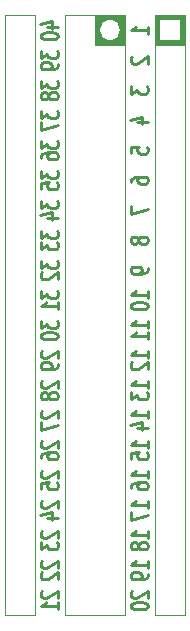
<source format=gbo>
G04 #@! TF.GenerationSoftware,KiCad,Pcbnew,7.0.7*
G04 #@! TF.CreationDate,2023-08-24T22:47:44-04:00*
G04 #@! TF.ProjectId,40-pin header to breadboard adaptor,34302d70-696e-4206-9865-616465722074,rev?*
G04 #@! TF.SameCoordinates,Original*
G04 #@! TF.FileFunction,Legend,Bot*
G04 #@! TF.FilePolarity,Positive*
%FSLAX46Y46*%
G04 Gerber Fmt 4.6, Leading zero omitted, Abs format (unit mm)*
G04 Created by KiCad (PCBNEW 7.0.7) date 2023-08-24 22:47:44*
%MOMM*%
%LPD*%
G01*
G04 APERTURE LIST*
%ADD10C,0.220000*%
%ADD11C,0.120000*%
%ADD12R,1.700000X1.700000*%
%ADD13O,1.700000X1.700000*%
G04 APERTURE END LIST*
D10*
X110307488Y-76914476D02*
X110307488Y-77533523D01*
X110307488Y-77533523D02*
X110878917Y-77200190D01*
X110878917Y-77200190D02*
X110878917Y-77343047D01*
X110878917Y-77343047D02*
X110950345Y-77438285D01*
X110950345Y-77438285D02*
X111021774Y-77485904D01*
X111021774Y-77485904D02*
X111164631Y-77533523D01*
X111164631Y-77533523D02*
X111521774Y-77533523D01*
X111521774Y-77533523D02*
X111664631Y-77485904D01*
X111664631Y-77485904D02*
X111736060Y-77438285D01*
X111736060Y-77438285D02*
X111807488Y-77343047D01*
X111807488Y-77343047D02*
X111807488Y-77057333D01*
X111807488Y-77057333D02*
X111736060Y-76962095D01*
X111736060Y-76962095D02*
X111664631Y-76914476D01*
X110307488Y-77866857D02*
X110307488Y-78533523D01*
X110307488Y-78533523D02*
X111807488Y-78104952D01*
X110807488Y-69818285D02*
X111807488Y-69818285D01*
X110236060Y-69580190D02*
X111307488Y-69342095D01*
X111307488Y-69342095D02*
X111307488Y-69961142D01*
X110307488Y-70532571D02*
X110307488Y-70627809D01*
X110307488Y-70627809D02*
X110378917Y-70723047D01*
X110378917Y-70723047D02*
X110450345Y-70770666D01*
X110450345Y-70770666D02*
X110593202Y-70818285D01*
X110593202Y-70818285D02*
X110878917Y-70865904D01*
X110878917Y-70865904D02*
X111236060Y-70865904D01*
X111236060Y-70865904D02*
X111521774Y-70818285D01*
X111521774Y-70818285D02*
X111664631Y-70770666D01*
X111664631Y-70770666D02*
X111736060Y-70723047D01*
X111736060Y-70723047D02*
X111807488Y-70627809D01*
X111807488Y-70627809D02*
X111807488Y-70532571D01*
X111807488Y-70532571D02*
X111736060Y-70437333D01*
X111736060Y-70437333D02*
X111664631Y-70389714D01*
X111664631Y-70389714D02*
X111521774Y-70342095D01*
X111521774Y-70342095D02*
X111236060Y-70294476D01*
X111236060Y-70294476D02*
X110878917Y-70294476D01*
X110878917Y-70294476D02*
X110593202Y-70342095D01*
X110593202Y-70342095D02*
X110450345Y-70389714D01*
X110450345Y-70389714D02*
X110378917Y-70437333D01*
X110378917Y-70437333D02*
X110307488Y-70532571D01*
X110307488Y-71834476D02*
X110307488Y-72453523D01*
X110307488Y-72453523D02*
X110878917Y-72120190D01*
X110878917Y-72120190D02*
X110878917Y-72263047D01*
X110878917Y-72263047D02*
X110950345Y-72358285D01*
X110950345Y-72358285D02*
X111021774Y-72405904D01*
X111021774Y-72405904D02*
X111164631Y-72453523D01*
X111164631Y-72453523D02*
X111521774Y-72453523D01*
X111521774Y-72453523D02*
X111664631Y-72405904D01*
X111664631Y-72405904D02*
X111736060Y-72358285D01*
X111736060Y-72358285D02*
X111807488Y-72263047D01*
X111807488Y-72263047D02*
X111807488Y-71977333D01*
X111807488Y-71977333D02*
X111736060Y-71882095D01*
X111736060Y-71882095D02*
X111664631Y-71834476D01*
X111807488Y-72929714D02*
X111807488Y-73120190D01*
X111807488Y-73120190D02*
X111736060Y-73215428D01*
X111736060Y-73215428D02*
X111664631Y-73263047D01*
X111664631Y-73263047D02*
X111450345Y-73358285D01*
X111450345Y-73358285D02*
X111164631Y-73405904D01*
X111164631Y-73405904D02*
X110593202Y-73405904D01*
X110593202Y-73405904D02*
X110450345Y-73358285D01*
X110450345Y-73358285D02*
X110378917Y-73310666D01*
X110378917Y-73310666D02*
X110307488Y-73215428D01*
X110307488Y-73215428D02*
X110307488Y-73024952D01*
X110307488Y-73024952D02*
X110378917Y-72929714D01*
X110378917Y-72929714D02*
X110450345Y-72882095D01*
X110450345Y-72882095D02*
X110593202Y-72834476D01*
X110593202Y-72834476D02*
X110950345Y-72834476D01*
X110950345Y-72834476D02*
X111093202Y-72882095D01*
X111093202Y-72882095D02*
X111164631Y-72929714D01*
X111164631Y-72929714D02*
X111236060Y-73024952D01*
X111236060Y-73024952D02*
X111236060Y-73215428D01*
X111236060Y-73215428D02*
X111164631Y-73310666D01*
X111164631Y-73310666D02*
X111093202Y-73358285D01*
X111093202Y-73358285D02*
X110950345Y-73405904D01*
X110307488Y-79454476D02*
X110307488Y-80073523D01*
X110307488Y-80073523D02*
X110878917Y-79740190D01*
X110878917Y-79740190D02*
X110878917Y-79883047D01*
X110878917Y-79883047D02*
X110950345Y-79978285D01*
X110950345Y-79978285D02*
X111021774Y-80025904D01*
X111021774Y-80025904D02*
X111164631Y-80073523D01*
X111164631Y-80073523D02*
X111521774Y-80073523D01*
X111521774Y-80073523D02*
X111664631Y-80025904D01*
X111664631Y-80025904D02*
X111736060Y-79978285D01*
X111736060Y-79978285D02*
X111807488Y-79883047D01*
X111807488Y-79883047D02*
X111807488Y-79597333D01*
X111807488Y-79597333D02*
X111736060Y-79502095D01*
X111736060Y-79502095D02*
X111664631Y-79454476D01*
X110307488Y-80930666D02*
X110307488Y-80740190D01*
X110307488Y-80740190D02*
X110378917Y-80644952D01*
X110378917Y-80644952D02*
X110450345Y-80597333D01*
X110450345Y-80597333D02*
X110664631Y-80502095D01*
X110664631Y-80502095D02*
X110950345Y-80454476D01*
X110950345Y-80454476D02*
X111521774Y-80454476D01*
X111521774Y-80454476D02*
X111664631Y-80502095D01*
X111664631Y-80502095D02*
X111736060Y-80549714D01*
X111736060Y-80549714D02*
X111807488Y-80644952D01*
X111807488Y-80644952D02*
X111807488Y-80835428D01*
X111807488Y-80835428D02*
X111736060Y-80930666D01*
X111736060Y-80930666D02*
X111664631Y-80978285D01*
X111664631Y-80978285D02*
X111521774Y-81025904D01*
X111521774Y-81025904D02*
X111164631Y-81025904D01*
X111164631Y-81025904D02*
X111021774Y-80978285D01*
X111021774Y-80978285D02*
X110950345Y-80930666D01*
X110950345Y-80930666D02*
X110878917Y-80835428D01*
X110878917Y-80835428D02*
X110878917Y-80644952D01*
X110878917Y-80644952D02*
X110950345Y-80549714D01*
X110950345Y-80549714D02*
X111021774Y-80502095D01*
X111021774Y-80502095D02*
X111164631Y-80454476D01*
X110307488Y-74374476D02*
X110307488Y-74993523D01*
X110307488Y-74993523D02*
X110878917Y-74660190D01*
X110878917Y-74660190D02*
X110878917Y-74803047D01*
X110878917Y-74803047D02*
X110950345Y-74898285D01*
X110950345Y-74898285D02*
X111021774Y-74945904D01*
X111021774Y-74945904D02*
X111164631Y-74993523D01*
X111164631Y-74993523D02*
X111521774Y-74993523D01*
X111521774Y-74993523D02*
X111664631Y-74945904D01*
X111664631Y-74945904D02*
X111736060Y-74898285D01*
X111736060Y-74898285D02*
X111807488Y-74803047D01*
X111807488Y-74803047D02*
X111807488Y-74517333D01*
X111807488Y-74517333D02*
X111736060Y-74422095D01*
X111736060Y-74422095D02*
X111664631Y-74374476D01*
X110950345Y-75564952D02*
X110878917Y-75469714D01*
X110878917Y-75469714D02*
X110807488Y-75422095D01*
X110807488Y-75422095D02*
X110664631Y-75374476D01*
X110664631Y-75374476D02*
X110593202Y-75374476D01*
X110593202Y-75374476D02*
X110450345Y-75422095D01*
X110450345Y-75422095D02*
X110378917Y-75469714D01*
X110378917Y-75469714D02*
X110307488Y-75564952D01*
X110307488Y-75564952D02*
X110307488Y-75755428D01*
X110307488Y-75755428D02*
X110378917Y-75850666D01*
X110378917Y-75850666D02*
X110450345Y-75898285D01*
X110450345Y-75898285D02*
X110593202Y-75945904D01*
X110593202Y-75945904D02*
X110664631Y-75945904D01*
X110664631Y-75945904D02*
X110807488Y-75898285D01*
X110807488Y-75898285D02*
X110878917Y-75850666D01*
X110878917Y-75850666D02*
X110950345Y-75755428D01*
X110950345Y-75755428D02*
X110950345Y-75564952D01*
X110950345Y-75564952D02*
X111021774Y-75469714D01*
X111021774Y-75469714D02*
X111093202Y-75422095D01*
X111093202Y-75422095D02*
X111236060Y-75374476D01*
X111236060Y-75374476D02*
X111521774Y-75374476D01*
X111521774Y-75374476D02*
X111664631Y-75422095D01*
X111664631Y-75422095D02*
X111736060Y-75469714D01*
X111736060Y-75469714D02*
X111807488Y-75564952D01*
X111807488Y-75564952D02*
X111807488Y-75755428D01*
X111807488Y-75755428D02*
X111736060Y-75850666D01*
X111736060Y-75850666D02*
X111664631Y-75898285D01*
X111664631Y-75898285D02*
X111521774Y-75945904D01*
X111521774Y-75945904D02*
X111236060Y-75945904D01*
X111236060Y-75945904D02*
X111093202Y-75898285D01*
X111093202Y-75898285D02*
X111021774Y-75850666D01*
X111021774Y-75850666D02*
X110950345Y-75755428D01*
X110307488Y-89614476D02*
X110307488Y-90233523D01*
X110307488Y-90233523D02*
X110878917Y-89900190D01*
X110878917Y-89900190D02*
X110878917Y-90043047D01*
X110878917Y-90043047D02*
X110950345Y-90138285D01*
X110950345Y-90138285D02*
X111021774Y-90185904D01*
X111021774Y-90185904D02*
X111164631Y-90233523D01*
X111164631Y-90233523D02*
X111521774Y-90233523D01*
X111521774Y-90233523D02*
X111664631Y-90185904D01*
X111664631Y-90185904D02*
X111736060Y-90138285D01*
X111736060Y-90138285D02*
X111807488Y-90043047D01*
X111807488Y-90043047D02*
X111807488Y-89757333D01*
X111807488Y-89757333D02*
X111736060Y-89662095D01*
X111736060Y-89662095D02*
X111664631Y-89614476D01*
X110450345Y-90614476D02*
X110378917Y-90662095D01*
X110378917Y-90662095D02*
X110307488Y-90757333D01*
X110307488Y-90757333D02*
X110307488Y-90995428D01*
X110307488Y-90995428D02*
X110378917Y-91090666D01*
X110378917Y-91090666D02*
X110450345Y-91138285D01*
X110450345Y-91138285D02*
X110593202Y-91185904D01*
X110593202Y-91185904D02*
X110736060Y-91185904D01*
X110736060Y-91185904D02*
X110950345Y-91138285D01*
X110950345Y-91138285D02*
X111807488Y-90566857D01*
X111807488Y-90566857D02*
X111807488Y-91185904D01*
X110307488Y-81994476D02*
X110307488Y-82613523D01*
X110307488Y-82613523D02*
X110878917Y-82280190D01*
X110878917Y-82280190D02*
X110878917Y-82423047D01*
X110878917Y-82423047D02*
X110950345Y-82518285D01*
X110950345Y-82518285D02*
X111021774Y-82565904D01*
X111021774Y-82565904D02*
X111164631Y-82613523D01*
X111164631Y-82613523D02*
X111521774Y-82613523D01*
X111521774Y-82613523D02*
X111664631Y-82565904D01*
X111664631Y-82565904D02*
X111736060Y-82518285D01*
X111736060Y-82518285D02*
X111807488Y-82423047D01*
X111807488Y-82423047D02*
X111807488Y-82137333D01*
X111807488Y-82137333D02*
X111736060Y-82042095D01*
X111736060Y-82042095D02*
X111664631Y-81994476D01*
X110307488Y-83518285D02*
X110307488Y-83042095D01*
X110307488Y-83042095D02*
X111021774Y-82994476D01*
X111021774Y-82994476D02*
X110950345Y-83042095D01*
X110950345Y-83042095D02*
X110878917Y-83137333D01*
X110878917Y-83137333D02*
X110878917Y-83375428D01*
X110878917Y-83375428D02*
X110950345Y-83470666D01*
X110950345Y-83470666D02*
X111021774Y-83518285D01*
X111021774Y-83518285D02*
X111164631Y-83565904D01*
X111164631Y-83565904D02*
X111521774Y-83565904D01*
X111521774Y-83565904D02*
X111664631Y-83518285D01*
X111664631Y-83518285D02*
X111736060Y-83470666D01*
X111736060Y-83470666D02*
X111807488Y-83375428D01*
X111807488Y-83375428D02*
X111807488Y-83137333D01*
X111807488Y-83137333D02*
X111736060Y-83042095D01*
X111736060Y-83042095D02*
X111664631Y-82994476D01*
X110307488Y-84534476D02*
X110307488Y-85153523D01*
X110307488Y-85153523D02*
X110878917Y-84820190D01*
X110878917Y-84820190D02*
X110878917Y-84963047D01*
X110878917Y-84963047D02*
X110950345Y-85058285D01*
X110950345Y-85058285D02*
X111021774Y-85105904D01*
X111021774Y-85105904D02*
X111164631Y-85153523D01*
X111164631Y-85153523D02*
X111521774Y-85153523D01*
X111521774Y-85153523D02*
X111664631Y-85105904D01*
X111664631Y-85105904D02*
X111736060Y-85058285D01*
X111736060Y-85058285D02*
X111807488Y-84963047D01*
X111807488Y-84963047D02*
X111807488Y-84677333D01*
X111807488Y-84677333D02*
X111736060Y-84582095D01*
X111736060Y-84582095D02*
X111664631Y-84534476D01*
X110807488Y-86010666D02*
X111807488Y-86010666D01*
X110236060Y-85772571D02*
X111307488Y-85534476D01*
X111307488Y-85534476D02*
X111307488Y-86153523D01*
X110307488Y-92154476D02*
X110307488Y-92773523D01*
X110307488Y-92773523D02*
X110878917Y-92440190D01*
X110878917Y-92440190D02*
X110878917Y-92583047D01*
X110878917Y-92583047D02*
X110950345Y-92678285D01*
X110950345Y-92678285D02*
X111021774Y-92725904D01*
X111021774Y-92725904D02*
X111164631Y-92773523D01*
X111164631Y-92773523D02*
X111521774Y-92773523D01*
X111521774Y-92773523D02*
X111664631Y-92725904D01*
X111664631Y-92725904D02*
X111736060Y-92678285D01*
X111736060Y-92678285D02*
X111807488Y-92583047D01*
X111807488Y-92583047D02*
X111807488Y-92297333D01*
X111807488Y-92297333D02*
X111736060Y-92202095D01*
X111736060Y-92202095D02*
X111664631Y-92154476D01*
X111807488Y-93725904D02*
X111807488Y-93154476D01*
X111807488Y-93440190D02*
X110307488Y-93440190D01*
X110307488Y-93440190D02*
X110521774Y-93344952D01*
X110521774Y-93344952D02*
X110664631Y-93249714D01*
X110664631Y-93249714D02*
X110736060Y-93154476D01*
X110307488Y-87074476D02*
X110307488Y-87693523D01*
X110307488Y-87693523D02*
X110878917Y-87360190D01*
X110878917Y-87360190D02*
X110878917Y-87503047D01*
X110878917Y-87503047D02*
X110950345Y-87598285D01*
X110950345Y-87598285D02*
X111021774Y-87645904D01*
X111021774Y-87645904D02*
X111164631Y-87693523D01*
X111164631Y-87693523D02*
X111521774Y-87693523D01*
X111521774Y-87693523D02*
X111664631Y-87645904D01*
X111664631Y-87645904D02*
X111736060Y-87598285D01*
X111736060Y-87598285D02*
X111807488Y-87503047D01*
X111807488Y-87503047D02*
X111807488Y-87217333D01*
X111807488Y-87217333D02*
X111736060Y-87122095D01*
X111736060Y-87122095D02*
X111664631Y-87074476D01*
X110307488Y-88026857D02*
X110307488Y-88645904D01*
X110307488Y-88645904D02*
X110878917Y-88312571D01*
X110878917Y-88312571D02*
X110878917Y-88455428D01*
X110878917Y-88455428D02*
X110950345Y-88550666D01*
X110950345Y-88550666D02*
X111021774Y-88598285D01*
X111021774Y-88598285D02*
X111164631Y-88645904D01*
X111164631Y-88645904D02*
X111521774Y-88645904D01*
X111521774Y-88645904D02*
X111664631Y-88598285D01*
X111664631Y-88598285D02*
X111736060Y-88550666D01*
X111736060Y-88550666D02*
X111807488Y-88455428D01*
X111807488Y-88455428D02*
X111807488Y-88169714D01*
X111807488Y-88169714D02*
X111736060Y-88074476D01*
X111736060Y-88074476D02*
X111664631Y-88026857D01*
X110450345Y-102362095D02*
X110378917Y-102409714D01*
X110378917Y-102409714D02*
X110307488Y-102504952D01*
X110307488Y-102504952D02*
X110307488Y-102743047D01*
X110307488Y-102743047D02*
X110378917Y-102838285D01*
X110378917Y-102838285D02*
X110450345Y-102885904D01*
X110450345Y-102885904D02*
X110593202Y-102933523D01*
X110593202Y-102933523D02*
X110736060Y-102933523D01*
X110736060Y-102933523D02*
X110950345Y-102885904D01*
X110950345Y-102885904D02*
X111807488Y-102314476D01*
X111807488Y-102314476D02*
X111807488Y-102933523D01*
X110307488Y-103266857D02*
X110307488Y-103933523D01*
X110307488Y-103933523D02*
X111807488Y-103504952D01*
X110307488Y-94694476D02*
X110307488Y-95313523D01*
X110307488Y-95313523D02*
X110878917Y-94980190D01*
X110878917Y-94980190D02*
X110878917Y-95123047D01*
X110878917Y-95123047D02*
X110950345Y-95218285D01*
X110950345Y-95218285D02*
X111021774Y-95265904D01*
X111021774Y-95265904D02*
X111164631Y-95313523D01*
X111164631Y-95313523D02*
X111521774Y-95313523D01*
X111521774Y-95313523D02*
X111664631Y-95265904D01*
X111664631Y-95265904D02*
X111736060Y-95218285D01*
X111736060Y-95218285D02*
X111807488Y-95123047D01*
X111807488Y-95123047D02*
X111807488Y-94837333D01*
X111807488Y-94837333D02*
X111736060Y-94742095D01*
X111736060Y-94742095D02*
X111664631Y-94694476D01*
X110307488Y-95932571D02*
X110307488Y-96027809D01*
X110307488Y-96027809D02*
X110378917Y-96123047D01*
X110378917Y-96123047D02*
X110450345Y-96170666D01*
X110450345Y-96170666D02*
X110593202Y-96218285D01*
X110593202Y-96218285D02*
X110878917Y-96265904D01*
X110878917Y-96265904D02*
X111236060Y-96265904D01*
X111236060Y-96265904D02*
X111521774Y-96218285D01*
X111521774Y-96218285D02*
X111664631Y-96170666D01*
X111664631Y-96170666D02*
X111736060Y-96123047D01*
X111736060Y-96123047D02*
X111807488Y-96027809D01*
X111807488Y-96027809D02*
X111807488Y-95932571D01*
X111807488Y-95932571D02*
X111736060Y-95837333D01*
X111736060Y-95837333D02*
X111664631Y-95789714D01*
X111664631Y-95789714D02*
X111521774Y-95742095D01*
X111521774Y-95742095D02*
X111236060Y-95694476D01*
X111236060Y-95694476D02*
X110878917Y-95694476D01*
X110878917Y-95694476D02*
X110593202Y-95742095D01*
X110593202Y-95742095D02*
X110450345Y-95789714D01*
X110450345Y-95789714D02*
X110378917Y-95837333D01*
X110378917Y-95837333D02*
X110307488Y-95932571D01*
X110450345Y-97282095D02*
X110378917Y-97329714D01*
X110378917Y-97329714D02*
X110307488Y-97424952D01*
X110307488Y-97424952D02*
X110307488Y-97663047D01*
X110307488Y-97663047D02*
X110378917Y-97758285D01*
X110378917Y-97758285D02*
X110450345Y-97805904D01*
X110450345Y-97805904D02*
X110593202Y-97853523D01*
X110593202Y-97853523D02*
X110736060Y-97853523D01*
X110736060Y-97853523D02*
X110950345Y-97805904D01*
X110950345Y-97805904D02*
X111807488Y-97234476D01*
X111807488Y-97234476D02*
X111807488Y-97853523D01*
X111807488Y-98329714D02*
X111807488Y-98520190D01*
X111807488Y-98520190D02*
X111736060Y-98615428D01*
X111736060Y-98615428D02*
X111664631Y-98663047D01*
X111664631Y-98663047D02*
X111450345Y-98758285D01*
X111450345Y-98758285D02*
X111164631Y-98805904D01*
X111164631Y-98805904D02*
X110593202Y-98805904D01*
X110593202Y-98805904D02*
X110450345Y-98758285D01*
X110450345Y-98758285D02*
X110378917Y-98710666D01*
X110378917Y-98710666D02*
X110307488Y-98615428D01*
X110307488Y-98615428D02*
X110307488Y-98424952D01*
X110307488Y-98424952D02*
X110378917Y-98329714D01*
X110378917Y-98329714D02*
X110450345Y-98282095D01*
X110450345Y-98282095D02*
X110593202Y-98234476D01*
X110593202Y-98234476D02*
X110950345Y-98234476D01*
X110950345Y-98234476D02*
X111093202Y-98282095D01*
X111093202Y-98282095D02*
X111164631Y-98329714D01*
X111164631Y-98329714D02*
X111236060Y-98424952D01*
X111236060Y-98424952D02*
X111236060Y-98615428D01*
X111236060Y-98615428D02*
X111164631Y-98710666D01*
X111164631Y-98710666D02*
X111093202Y-98758285D01*
X111093202Y-98758285D02*
X110950345Y-98805904D01*
X110450345Y-104902095D02*
X110378917Y-104949714D01*
X110378917Y-104949714D02*
X110307488Y-105044952D01*
X110307488Y-105044952D02*
X110307488Y-105283047D01*
X110307488Y-105283047D02*
X110378917Y-105378285D01*
X110378917Y-105378285D02*
X110450345Y-105425904D01*
X110450345Y-105425904D02*
X110593202Y-105473523D01*
X110593202Y-105473523D02*
X110736060Y-105473523D01*
X110736060Y-105473523D02*
X110950345Y-105425904D01*
X110950345Y-105425904D02*
X111807488Y-104854476D01*
X111807488Y-104854476D02*
X111807488Y-105473523D01*
X110307488Y-106330666D02*
X110307488Y-106140190D01*
X110307488Y-106140190D02*
X110378917Y-106044952D01*
X110378917Y-106044952D02*
X110450345Y-105997333D01*
X110450345Y-105997333D02*
X110664631Y-105902095D01*
X110664631Y-105902095D02*
X110950345Y-105854476D01*
X110950345Y-105854476D02*
X111521774Y-105854476D01*
X111521774Y-105854476D02*
X111664631Y-105902095D01*
X111664631Y-105902095D02*
X111736060Y-105949714D01*
X111736060Y-105949714D02*
X111807488Y-106044952D01*
X111807488Y-106044952D02*
X111807488Y-106235428D01*
X111807488Y-106235428D02*
X111736060Y-106330666D01*
X111736060Y-106330666D02*
X111664631Y-106378285D01*
X111664631Y-106378285D02*
X111521774Y-106425904D01*
X111521774Y-106425904D02*
X111164631Y-106425904D01*
X111164631Y-106425904D02*
X111021774Y-106378285D01*
X111021774Y-106378285D02*
X110950345Y-106330666D01*
X110950345Y-106330666D02*
X110878917Y-106235428D01*
X110878917Y-106235428D02*
X110878917Y-106044952D01*
X110878917Y-106044952D02*
X110950345Y-105949714D01*
X110950345Y-105949714D02*
X111021774Y-105902095D01*
X111021774Y-105902095D02*
X111164631Y-105854476D01*
X110450345Y-99822095D02*
X110378917Y-99869714D01*
X110378917Y-99869714D02*
X110307488Y-99964952D01*
X110307488Y-99964952D02*
X110307488Y-100203047D01*
X110307488Y-100203047D02*
X110378917Y-100298285D01*
X110378917Y-100298285D02*
X110450345Y-100345904D01*
X110450345Y-100345904D02*
X110593202Y-100393523D01*
X110593202Y-100393523D02*
X110736060Y-100393523D01*
X110736060Y-100393523D02*
X110950345Y-100345904D01*
X110950345Y-100345904D02*
X111807488Y-99774476D01*
X111807488Y-99774476D02*
X111807488Y-100393523D01*
X110950345Y-100964952D02*
X110878917Y-100869714D01*
X110878917Y-100869714D02*
X110807488Y-100822095D01*
X110807488Y-100822095D02*
X110664631Y-100774476D01*
X110664631Y-100774476D02*
X110593202Y-100774476D01*
X110593202Y-100774476D02*
X110450345Y-100822095D01*
X110450345Y-100822095D02*
X110378917Y-100869714D01*
X110378917Y-100869714D02*
X110307488Y-100964952D01*
X110307488Y-100964952D02*
X110307488Y-101155428D01*
X110307488Y-101155428D02*
X110378917Y-101250666D01*
X110378917Y-101250666D02*
X110450345Y-101298285D01*
X110450345Y-101298285D02*
X110593202Y-101345904D01*
X110593202Y-101345904D02*
X110664631Y-101345904D01*
X110664631Y-101345904D02*
X110807488Y-101298285D01*
X110807488Y-101298285D02*
X110878917Y-101250666D01*
X110878917Y-101250666D02*
X110950345Y-101155428D01*
X110950345Y-101155428D02*
X110950345Y-100964952D01*
X110950345Y-100964952D02*
X111021774Y-100869714D01*
X111021774Y-100869714D02*
X111093202Y-100822095D01*
X111093202Y-100822095D02*
X111236060Y-100774476D01*
X111236060Y-100774476D02*
X111521774Y-100774476D01*
X111521774Y-100774476D02*
X111664631Y-100822095D01*
X111664631Y-100822095D02*
X111736060Y-100869714D01*
X111736060Y-100869714D02*
X111807488Y-100964952D01*
X111807488Y-100964952D02*
X111807488Y-101155428D01*
X111807488Y-101155428D02*
X111736060Y-101250666D01*
X111736060Y-101250666D02*
X111664631Y-101298285D01*
X111664631Y-101298285D02*
X111521774Y-101345904D01*
X111521774Y-101345904D02*
X111236060Y-101345904D01*
X111236060Y-101345904D02*
X111093202Y-101298285D01*
X111093202Y-101298285D02*
X111021774Y-101250666D01*
X111021774Y-101250666D02*
X110950345Y-101155428D01*
X110450345Y-115062095D02*
X110378917Y-115109714D01*
X110378917Y-115109714D02*
X110307488Y-115204952D01*
X110307488Y-115204952D02*
X110307488Y-115443047D01*
X110307488Y-115443047D02*
X110378917Y-115538285D01*
X110378917Y-115538285D02*
X110450345Y-115585904D01*
X110450345Y-115585904D02*
X110593202Y-115633523D01*
X110593202Y-115633523D02*
X110736060Y-115633523D01*
X110736060Y-115633523D02*
X110950345Y-115585904D01*
X110950345Y-115585904D02*
X111807488Y-115014476D01*
X111807488Y-115014476D02*
X111807488Y-115633523D01*
X110450345Y-116014476D02*
X110378917Y-116062095D01*
X110378917Y-116062095D02*
X110307488Y-116157333D01*
X110307488Y-116157333D02*
X110307488Y-116395428D01*
X110307488Y-116395428D02*
X110378917Y-116490666D01*
X110378917Y-116490666D02*
X110450345Y-116538285D01*
X110450345Y-116538285D02*
X110593202Y-116585904D01*
X110593202Y-116585904D02*
X110736060Y-116585904D01*
X110736060Y-116585904D02*
X110950345Y-116538285D01*
X110950345Y-116538285D02*
X111807488Y-115966857D01*
X111807488Y-115966857D02*
X111807488Y-116585904D01*
X110450345Y-107442095D02*
X110378917Y-107489714D01*
X110378917Y-107489714D02*
X110307488Y-107584952D01*
X110307488Y-107584952D02*
X110307488Y-107823047D01*
X110307488Y-107823047D02*
X110378917Y-107918285D01*
X110378917Y-107918285D02*
X110450345Y-107965904D01*
X110450345Y-107965904D02*
X110593202Y-108013523D01*
X110593202Y-108013523D02*
X110736060Y-108013523D01*
X110736060Y-108013523D02*
X110950345Y-107965904D01*
X110950345Y-107965904D02*
X111807488Y-107394476D01*
X111807488Y-107394476D02*
X111807488Y-108013523D01*
X110307488Y-108918285D02*
X110307488Y-108442095D01*
X110307488Y-108442095D02*
X111021774Y-108394476D01*
X111021774Y-108394476D02*
X110950345Y-108442095D01*
X110950345Y-108442095D02*
X110878917Y-108537333D01*
X110878917Y-108537333D02*
X110878917Y-108775428D01*
X110878917Y-108775428D02*
X110950345Y-108870666D01*
X110950345Y-108870666D02*
X111021774Y-108918285D01*
X111021774Y-108918285D02*
X111164631Y-108965904D01*
X111164631Y-108965904D02*
X111521774Y-108965904D01*
X111521774Y-108965904D02*
X111664631Y-108918285D01*
X111664631Y-108918285D02*
X111736060Y-108870666D01*
X111736060Y-108870666D02*
X111807488Y-108775428D01*
X111807488Y-108775428D02*
X111807488Y-108537333D01*
X111807488Y-108537333D02*
X111736060Y-108442095D01*
X111736060Y-108442095D02*
X111664631Y-108394476D01*
X110450345Y-109982095D02*
X110378917Y-110029714D01*
X110378917Y-110029714D02*
X110307488Y-110124952D01*
X110307488Y-110124952D02*
X110307488Y-110363047D01*
X110307488Y-110363047D02*
X110378917Y-110458285D01*
X110378917Y-110458285D02*
X110450345Y-110505904D01*
X110450345Y-110505904D02*
X110593202Y-110553523D01*
X110593202Y-110553523D02*
X110736060Y-110553523D01*
X110736060Y-110553523D02*
X110950345Y-110505904D01*
X110950345Y-110505904D02*
X111807488Y-109934476D01*
X111807488Y-109934476D02*
X111807488Y-110553523D01*
X110807488Y-111410666D02*
X111807488Y-111410666D01*
X110236060Y-111172571D02*
X111307488Y-110934476D01*
X111307488Y-110934476D02*
X111307488Y-111553523D01*
X110450345Y-117602095D02*
X110378917Y-117649714D01*
X110378917Y-117649714D02*
X110307488Y-117744952D01*
X110307488Y-117744952D02*
X110307488Y-117983047D01*
X110307488Y-117983047D02*
X110378917Y-118078285D01*
X110378917Y-118078285D02*
X110450345Y-118125904D01*
X110450345Y-118125904D02*
X110593202Y-118173523D01*
X110593202Y-118173523D02*
X110736060Y-118173523D01*
X110736060Y-118173523D02*
X110950345Y-118125904D01*
X110950345Y-118125904D02*
X111807488Y-117554476D01*
X111807488Y-117554476D02*
X111807488Y-118173523D01*
X111807488Y-119125904D02*
X111807488Y-118554476D01*
X111807488Y-118840190D02*
X110307488Y-118840190D01*
X110307488Y-118840190D02*
X110521774Y-118744952D01*
X110521774Y-118744952D02*
X110664631Y-118649714D01*
X110664631Y-118649714D02*
X110736060Y-118554476D01*
X110450345Y-112522095D02*
X110378917Y-112569714D01*
X110378917Y-112569714D02*
X110307488Y-112664952D01*
X110307488Y-112664952D02*
X110307488Y-112903047D01*
X110307488Y-112903047D02*
X110378917Y-112998285D01*
X110378917Y-112998285D02*
X110450345Y-113045904D01*
X110450345Y-113045904D02*
X110593202Y-113093523D01*
X110593202Y-113093523D02*
X110736060Y-113093523D01*
X110736060Y-113093523D02*
X110950345Y-113045904D01*
X110950345Y-113045904D02*
X111807488Y-112474476D01*
X111807488Y-112474476D02*
X111807488Y-113093523D01*
X110307488Y-113426857D02*
X110307488Y-114045904D01*
X110307488Y-114045904D02*
X110878917Y-113712571D01*
X110878917Y-113712571D02*
X110878917Y-113855428D01*
X110878917Y-113855428D02*
X110950345Y-113950666D01*
X110950345Y-113950666D02*
X111021774Y-113998285D01*
X111021774Y-113998285D02*
X111164631Y-114045904D01*
X111164631Y-114045904D02*
X111521774Y-114045904D01*
X111521774Y-114045904D02*
X111664631Y-113998285D01*
X111664631Y-113998285D02*
X111736060Y-113950666D01*
X111736060Y-113950666D02*
X111807488Y-113855428D01*
X111807488Y-113855428D02*
X111807488Y-113569714D01*
X111807488Y-113569714D02*
X111736060Y-113474476D01*
X111736060Y-113474476D02*
X111664631Y-113426857D01*
X119427488Y-115633523D02*
X119427488Y-115062095D01*
X119427488Y-115347809D02*
X117927488Y-115347809D01*
X117927488Y-115347809D02*
X118141774Y-115252571D01*
X118141774Y-115252571D02*
X118284631Y-115157333D01*
X118284631Y-115157333D02*
X118356060Y-115062095D01*
X119427488Y-116109714D02*
X119427488Y-116300190D01*
X119427488Y-116300190D02*
X119356060Y-116395428D01*
X119356060Y-116395428D02*
X119284631Y-116443047D01*
X119284631Y-116443047D02*
X119070345Y-116538285D01*
X119070345Y-116538285D02*
X118784631Y-116585904D01*
X118784631Y-116585904D02*
X118213202Y-116585904D01*
X118213202Y-116585904D02*
X118070345Y-116538285D01*
X118070345Y-116538285D02*
X117998917Y-116490666D01*
X117998917Y-116490666D02*
X117927488Y-116395428D01*
X117927488Y-116395428D02*
X117927488Y-116204952D01*
X117927488Y-116204952D02*
X117998917Y-116109714D01*
X117998917Y-116109714D02*
X118070345Y-116062095D01*
X118070345Y-116062095D02*
X118213202Y-116014476D01*
X118213202Y-116014476D02*
X118570345Y-116014476D01*
X118570345Y-116014476D02*
X118713202Y-116062095D01*
X118713202Y-116062095D02*
X118784631Y-116109714D01*
X118784631Y-116109714D02*
X118856060Y-116204952D01*
X118856060Y-116204952D02*
X118856060Y-116395428D01*
X118856060Y-116395428D02*
X118784631Y-116490666D01*
X118784631Y-116490666D02*
X118713202Y-116538285D01*
X118713202Y-116538285D02*
X118570345Y-116585904D01*
X119427488Y-108013523D02*
X119427488Y-107442095D01*
X119427488Y-107727809D02*
X117927488Y-107727809D01*
X117927488Y-107727809D02*
X118141774Y-107632571D01*
X118141774Y-107632571D02*
X118284631Y-107537333D01*
X118284631Y-107537333D02*
X118356060Y-107442095D01*
X117927488Y-108870666D02*
X117927488Y-108680190D01*
X117927488Y-108680190D02*
X117998917Y-108584952D01*
X117998917Y-108584952D02*
X118070345Y-108537333D01*
X118070345Y-108537333D02*
X118284631Y-108442095D01*
X118284631Y-108442095D02*
X118570345Y-108394476D01*
X118570345Y-108394476D02*
X119141774Y-108394476D01*
X119141774Y-108394476D02*
X119284631Y-108442095D01*
X119284631Y-108442095D02*
X119356060Y-108489714D01*
X119356060Y-108489714D02*
X119427488Y-108584952D01*
X119427488Y-108584952D02*
X119427488Y-108775428D01*
X119427488Y-108775428D02*
X119356060Y-108870666D01*
X119356060Y-108870666D02*
X119284631Y-108918285D01*
X119284631Y-108918285D02*
X119141774Y-108965904D01*
X119141774Y-108965904D02*
X118784631Y-108965904D01*
X118784631Y-108965904D02*
X118641774Y-108918285D01*
X118641774Y-108918285D02*
X118570345Y-108870666D01*
X118570345Y-108870666D02*
X118498917Y-108775428D01*
X118498917Y-108775428D02*
X118498917Y-108584952D01*
X118498917Y-108584952D02*
X118570345Y-108489714D01*
X118570345Y-108489714D02*
X118641774Y-108442095D01*
X118641774Y-108442095D02*
X118784631Y-108394476D01*
X119427488Y-110553523D02*
X119427488Y-109982095D01*
X119427488Y-110267809D02*
X117927488Y-110267809D01*
X117927488Y-110267809D02*
X118141774Y-110172571D01*
X118141774Y-110172571D02*
X118284631Y-110077333D01*
X118284631Y-110077333D02*
X118356060Y-109982095D01*
X117927488Y-110886857D02*
X117927488Y-111553523D01*
X117927488Y-111553523D02*
X119427488Y-111124952D01*
X118070345Y-117602095D02*
X117998917Y-117649714D01*
X117998917Y-117649714D02*
X117927488Y-117744952D01*
X117927488Y-117744952D02*
X117927488Y-117983047D01*
X117927488Y-117983047D02*
X117998917Y-118078285D01*
X117998917Y-118078285D02*
X118070345Y-118125904D01*
X118070345Y-118125904D02*
X118213202Y-118173523D01*
X118213202Y-118173523D02*
X118356060Y-118173523D01*
X118356060Y-118173523D02*
X118570345Y-118125904D01*
X118570345Y-118125904D02*
X119427488Y-117554476D01*
X119427488Y-117554476D02*
X119427488Y-118173523D01*
X117927488Y-118792571D02*
X117927488Y-118887809D01*
X117927488Y-118887809D02*
X117998917Y-118983047D01*
X117998917Y-118983047D02*
X118070345Y-119030666D01*
X118070345Y-119030666D02*
X118213202Y-119078285D01*
X118213202Y-119078285D02*
X118498917Y-119125904D01*
X118498917Y-119125904D02*
X118856060Y-119125904D01*
X118856060Y-119125904D02*
X119141774Y-119078285D01*
X119141774Y-119078285D02*
X119284631Y-119030666D01*
X119284631Y-119030666D02*
X119356060Y-118983047D01*
X119356060Y-118983047D02*
X119427488Y-118887809D01*
X119427488Y-118887809D02*
X119427488Y-118792571D01*
X119427488Y-118792571D02*
X119356060Y-118697333D01*
X119356060Y-118697333D02*
X119284631Y-118649714D01*
X119284631Y-118649714D02*
X119141774Y-118602095D01*
X119141774Y-118602095D02*
X118856060Y-118554476D01*
X118856060Y-118554476D02*
X118498917Y-118554476D01*
X118498917Y-118554476D02*
X118213202Y-118602095D01*
X118213202Y-118602095D02*
X118070345Y-118649714D01*
X118070345Y-118649714D02*
X117998917Y-118697333D01*
X117998917Y-118697333D02*
X117927488Y-118792571D01*
X119427488Y-113093523D02*
X119427488Y-112522095D01*
X119427488Y-112807809D02*
X117927488Y-112807809D01*
X117927488Y-112807809D02*
X118141774Y-112712571D01*
X118141774Y-112712571D02*
X118284631Y-112617333D01*
X118284631Y-112617333D02*
X118356060Y-112522095D01*
X118570345Y-113664952D02*
X118498917Y-113569714D01*
X118498917Y-113569714D02*
X118427488Y-113522095D01*
X118427488Y-113522095D02*
X118284631Y-113474476D01*
X118284631Y-113474476D02*
X118213202Y-113474476D01*
X118213202Y-113474476D02*
X118070345Y-113522095D01*
X118070345Y-113522095D02*
X117998917Y-113569714D01*
X117998917Y-113569714D02*
X117927488Y-113664952D01*
X117927488Y-113664952D02*
X117927488Y-113855428D01*
X117927488Y-113855428D02*
X117998917Y-113950666D01*
X117998917Y-113950666D02*
X118070345Y-113998285D01*
X118070345Y-113998285D02*
X118213202Y-114045904D01*
X118213202Y-114045904D02*
X118284631Y-114045904D01*
X118284631Y-114045904D02*
X118427488Y-113998285D01*
X118427488Y-113998285D02*
X118498917Y-113950666D01*
X118498917Y-113950666D02*
X118570345Y-113855428D01*
X118570345Y-113855428D02*
X118570345Y-113664952D01*
X118570345Y-113664952D02*
X118641774Y-113569714D01*
X118641774Y-113569714D02*
X118713202Y-113522095D01*
X118713202Y-113522095D02*
X118856060Y-113474476D01*
X118856060Y-113474476D02*
X119141774Y-113474476D01*
X119141774Y-113474476D02*
X119284631Y-113522095D01*
X119284631Y-113522095D02*
X119356060Y-113569714D01*
X119356060Y-113569714D02*
X119427488Y-113664952D01*
X119427488Y-113664952D02*
X119427488Y-113855428D01*
X119427488Y-113855428D02*
X119356060Y-113950666D01*
X119356060Y-113950666D02*
X119284631Y-113998285D01*
X119284631Y-113998285D02*
X119141774Y-114045904D01*
X119141774Y-114045904D02*
X118856060Y-114045904D01*
X118856060Y-114045904D02*
X118713202Y-113998285D01*
X118713202Y-113998285D02*
X118641774Y-113950666D01*
X118641774Y-113950666D02*
X118570345Y-113855428D01*
X119427488Y-102933523D02*
X119427488Y-102362095D01*
X119427488Y-102647809D02*
X117927488Y-102647809D01*
X117927488Y-102647809D02*
X118141774Y-102552571D01*
X118141774Y-102552571D02*
X118284631Y-102457333D01*
X118284631Y-102457333D02*
X118356060Y-102362095D01*
X118427488Y-103790666D02*
X119427488Y-103790666D01*
X117856060Y-103552571D02*
X118927488Y-103314476D01*
X118927488Y-103314476D02*
X118927488Y-103933523D01*
X119427488Y-95313523D02*
X119427488Y-94742095D01*
X119427488Y-95027809D02*
X117927488Y-95027809D01*
X117927488Y-95027809D02*
X118141774Y-94932571D01*
X118141774Y-94932571D02*
X118284631Y-94837333D01*
X118284631Y-94837333D02*
X118356060Y-94742095D01*
X119427488Y-96265904D02*
X119427488Y-95694476D01*
X119427488Y-95980190D02*
X117927488Y-95980190D01*
X117927488Y-95980190D02*
X118141774Y-95884952D01*
X118141774Y-95884952D02*
X118284631Y-95789714D01*
X118284631Y-95789714D02*
X118356060Y-95694476D01*
X119427488Y-97853523D02*
X119427488Y-97282095D01*
X119427488Y-97567809D02*
X117927488Y-97567809D01*
X117927488Y-97567809D02*
X118141774Y-97472571D01*
X118141774Y-97472571D02*
X118284631Y-97377333D01*
X118284631Y-97377333D02*
X118356060Y-97282095D01*
X118070345Y-98234476D02*
X117998917Y-98282095D01*
X117998917Y-98282095D02*
X117927488Y-98377333D01*
X117927488Y-98377333D02*
X117927488Y-98615428D01*
X117927488Y-98615428D02*
X117998917Y-98710666D01*
X117998917Y-98710666D02*
X118070345Y-98758285D01*
X118070345Y-98758285D02*
X118213202Y-98805904D01*
X118213202Y-98805904D02*
X118356060Y-98805904D01*
X118356060Y-98805904D02*
X118570345Y-98758285D01*
X118570345Y-98758285D02*
X119427488Y-98186857D01*
X119427488Y-98186857D02*
X119427488Y-98805904D01*
X119427488Y-105473523D02*
X119427488Y-104902095D01*
X119427488Y-105187809D02*
X117927488Y-105187809D01*
X117927488Y-105187809D02*
X118141774Y-105092571D01*
X118141774Y-105092571D02*
X118284631Y-104997333D01*
X118284631Y-104997333D02*
X118356060Y-104902095D01*
X117927488Y-106378285D02*
X117927488Y-105902095D01*
X117927488Y-105902095D02*
X118641774Y-105854476D01*
X118641774Y-105854476D02*
X118570345Y-105902095D01*
X118570345Y-105902095D02*
X118498917Y-105997333D01*
X118498917Y-105997333D02*
X118498917Y-106235428D01*
X118498917Y-106235428D02*
X118570345Y-106330666D01*
X118570345Y-106330666D02*
X118641774Y-106378285D01*
X118641774Y-106378285D02*
X118784631Y-106425904D01*
X118784631Y-106425904D02*
X119141774Y-106425904D01*
X119141774Y-106425904D02*
X119284631Y-106378285D01*
X119284631Y-106378285D02*
X119356060Y-106330666D01*
X119356060Y-106330666D02*
X119427488Y-106235428D01*
X119427488Y-106235428D02*
X119427488Y-105997333D01*
X119427488Y-105997333D02*
X119356060Y-105902095D01*
X119356060Y-105902095D02*
X119284631Y-105854476D01*
X119427488Y-100393523D02*
X119427488Y-99822095D01*
X119427488Y-100107809D02*
X117927488Y-100107809D01*
X117927488Y-100107809D02*
X118141774Y-100012571D01*
X118141774Y-100012571D02*
X118284631Y-99917333D01*
X118284631Y-99917333D02*
X118356060Y-99822095D01*
X117927488Y-100726857D02*
X117927488Y-101345904D01*
X117927488Y-101345904D02*
X118498917Y-101012571D01*
X118498917Y-101012571D02*
X118498917Y-101155428D01*
X118498917Y-101155428D02*
X118570345Y-101250666D01*
X118570345Y-101250666D02*
X118641774Y-101298285D01*
X118641774Y-101298285D02*
X118784631Y-101345904D01*
X118784631Y-101345904D02*
X119141774Y-101345904D01*
X119141774Y-101345904D02*
X119284631Y-101298285D01*
X119284631Y-101298285D02*
X119356060Y-101250666D01*
X119356060Y-101250666D02*
X119427488Y-101155428D01*
X119427488Y-101155428D02*
X119427488Y-100869714D01*
X119427488Y-100869714D02*
X119356060Y-100774476D01*
X119356060Y-100774476D02*
X119284631Y-100726857D01*
X119427488Y-90233524D02*
X119427488Y-90424000D01*
X119427488Y-90424000D02*
X119356060Y-90519238D01*
X119356060Y-90519238D02*
X119284631Y-90566857D01*
X119284631Y-90566857D02*
X119070345Y-90662095D01*
X119070345Y-90662095D02*
X118784631Y-90709714D01*
X118784631Y-90709714D02*
X118213202Y-90709714D01*
X118213202Y-90709714D02*
X118070345Y-90662095D01*
X118070345Y-90662095D02*
X117998917Y-90614476D01*
X117998917Y-90614476D02*
X117927488Y-90519238D01*
X117927488Y-90519238D02*
X117927488Y-90328762D01*
X117927488Y-90328762D02*
X117998917Y-90233524D01*
X117998917Y-90233524D02*
X118070345Y-90185905D01*
X118070345Y-90185905D02*
X118213202Y-90138286D01*
X118213202Y-90138286D02*
X118570345Y-90138286D01*
X118570345Y-90138286D02*
X118713202Y-90185905D01*
X118713202Y-90185905D02*
X118784631Y-90233524D01*
X118784631Y-90233524D02*
X118856060Y-90328762D01*
X118856060Y-90328762D02*
X118856060Y-90519238D01*
X118856060Y-90519238D02*
X118784631Y-90614476D01*
X118784631Y-90614476D02*
X118713202Y-90662095D01*
X118713202Y-90662095D02*
X118570345Y-90709714D01*
X117927488Y-82994476D02*
X117927488Y-82804000D01*
X117927488Y-82804000D02*
X117998917Y-82708762D01*
X117998917Y-82708762D02*
X118070345Y-82661143D01*
X118070345Y-82661143D02*
X118284631Y-82565905D01*
X118284631Y-82565905D02*
X118570345Y-82518286D01*
X118570345Y-82518286D02*
X119141774Y-82518286D01*
X119141774Y-82518286D02*
X119284631Y-82565905D01*
X119284631Y-82565905D02*
X119356060Y-82613524D01*
X119356060Y-82613524D02*
X119427488Y-82708762D01*
X119427488Y-82708762D02*
X119427488Y-82899238D01*
X119427488Y-82899238D02*
X119356060Y-82994476D01*
X119356060Y-82994476D02*
X119284631Y-83042095D01*
X119284631Y-83042095D02*
X119141774Y-83089714D01*
X119141774Y-83089714D02*
X118784631Y-83089714D01*
X118784631Y-83089714D02*
X118641774Y-83042095D01*
X118641774Y-83042095D02*
X118570345Y-82994476D01*
X118570345Y-82994476D02*
X118498917Y-82899238D01*
X118498917Y-82899238D02*
X118498917Y-82708762D01*
X118498917Y-82708762D02*
X118570345Y-82613524D01*
X118570345Y-82613524D02*
X118641774Y-82565905D01*
X118641774Y-82565905D02*
X118784631Y-82518286D01*
X117927488Y-85010667D02*
X117927488Y-85677333D01*
X117927488Y-85677333D02*
X119427488Y-85248762D01*
X119427488Y-92773523D02*
X119427488Y-92202095D01*
X119427488Y-92487809D02*
X117927488Y-92487809D01*
X117927488Y-92487809D02*
X118141774Y-92392571D01*
X118141774Y-92392571D02*
X118284631Y-92297333D01*
X118284631Y-92297333D02*
X118356060Y-92202095D01*
X117927488Y-93392571D02*
X117927488Y-93487809D01*
X117927488Y-93487809D02*
X117998917Y-93583047D01*
X117998917Y-93583047D02*
X118070345Y-93630666D01*
X118070345Y-93630666D02*
X118213202Y-93678285D01*
X118213202Y-93678285D02*
X118498917Y-93725904D01*
X118498917Y-93725904D02*
X118856060Y-93725904D01*
X118856060Y-93725904D02*
X119141774Y-93678285D01*
X119141774Y-93678285D02*
X119284631Y-93630666D01*
X119284631Y-93630666D02*
X119356060Y-93583047D01*
X119356060Y-93583047D02*
X119427488Y-93487809D01*
X119427488Y-93487809D02*
X119427488Y-93392571D01*
X119427488Y-93392571D02*
X119356060Y-93297333D01*
X119356060Y-93297333D02*
X119284631Y-93249714D01*
X119284631Y-93249714D02*
X119141774Y-93202095D01*
X119141774Y-93202095D02*
X118856060Y-93154476D01*
X118856060Y-93154476D02*
X118498917Y-93154476D01*
X118498917Y-93154476D02*
X118213202Y-93202095D01*
X118213202Y-93202095D02*
X118070345Y-93249714D01*
X118070345Y-93249714D02*
X117998917Y-93297333D01*
X117998917Y-93297333D02*
X117927488Y-93392571D01*
X118570345Y-87788762D02*
X118498917Y-87693524D01*
X118498917Y-87693524D02*
X118427488Y-87645905D01*
X118427488Y-87645905D02*
X118284631Y-87598286D01*
X118284631Y-87598286D02*
X118213202Y-87598286D01*
X118213202Y-87598286D02*
X118070345Y-87645905D01*
X118070345Y-87645905D02*
X117998917Y-87693524D01*
X117998917Y-87693524D02*
X117927488Y-87788762D01*
X117927488Y-87788762D02*
X117927488Y-87979238D01*
X117927488Y-87979238D02*
X117998917Y-88074476D01*
X117998917Y-88074476D02*
X118070345Y-88122095D01*
X118070345Y-88122095D02*
X118213202Y-88169714D01*
X118213202Y-88169714D02*
X118284631Y-88169714D01*
X118284631Y-88169714D02*
X118427488Y-88122095D01*
X118427488Y-88122095D02*
X118498917Y-88074476D01*
X118498917Y-88074476D02*
X118570345Y-87979238D01*
X118570345Y-87979238D02*
X118570345Y-87788762D01*
X118570345Y-87788762D02*
X118641774Y-87693524D01*
X118641774Y-87693524D02*
X118713202Y-87645905D01*
X118713202Y-87645905D02*
X118856060Y-87598286D01*
X118856060Y-87598286D02*
X119141774Y-87598286D01*
X119141774Y-87598286D02*
X119284631Y-87645905D01*
X119284631Y-87645905D02*
X119356060Y-87693524D01*
X119356060Y-87693524D02*
X119427488Y-87788762D01*
X119427488Y-87788762D02*
X119427488Y-87979238D01*
X119427488Y-87979238D02*
X119356060Y-88074476D01*
X119356060Y-88074476D02*
X119284631Y-88122095D01*
X119284631Y-88122095D02*
X119141774Y-88169714D01*
X119141774Y-88169714D02*
X118856060Y-88169714D01*
X118856060Y-88169714D02*
X118713202Y-88122095D01*
X118713202Y-88122095D02*
X118641774Y-88074476D01*
X118641774Y-88074476D02*
X118570345Y-87979238D01*
X117927488Y-80502095D02*
X117927488Y-80025905D01*
X117927488Y-80025905D02*
X118641774Y-79978286D01*
X118641774Y-79978286D02*
X118570345Y-80025905D01*
X118570345Y-80025905D02*
X118498917Y-80121143D01*
X118498917Y-80121143D02*
X118498917Y-80359238D01*
X118498917Y-80359238D02*
X118570345Y-80454476D01*
X118570345Y-80454476D02*
X118641774Y-80502095D01*
X118641774Y-80502095D02*
X118784631Y-80549714D01*
X118784631Y-80549714D02*
X119141774Y-80549714D01*
X119141774Y-80549714D02*
X119284631Y-80502095D01*
X119284631Y-80502095D02*
X119356060Y-80454476D01*
X119356060Y-80454476D02*
X119427488Y-80359238D01*
X119427488Y-80359238D02*
X119427488Y-80121143D01*
X119427488Y-80121143D02*
X119356060Y-80025905D01*
X119356060Y-80025905D02*
X119284631Y-79978286D01*
X118427488Y-77914476D02*
X119427488Y-77914476D01*
X117856060Y-77676381D02*
X118927488Y-77438286D01*
X118927488Y-77438286D02*
X118927488Y-78057333D01*
X117927488Y-74850667D02*
X117927488Y-75469714D01*
X117927488Y-75469714D02*
X118498917Y-75136381D01*
X118498917Y-75136381D02*
X118498917Y-75279238D01*
X118498917Y-75279238D02*
X118570345Y-75374476D01*
X118570345Y-75374476D02*
X118641774Y-75422095D01*
X118641774Y-75422095D02*
X118784631Y-75469714D01*
X118784631Y-75469714D02*
X119141774Y-75469714D01*
X119141774Y-75469714D02*
X119284631Y-75422095D01*
X119284631Y-75422095D02*
X119356060Y-75374476D01*
X119356060Y-75374476D02*
X119427488Y-75279238D01*
X119427488Y-75279238D02*
X119427488Y-74993524D01*
X119427488Y-74993524D02*
X119356060Y-74898286D01*
X119356060Y-74898286D02*
X119284631Y-74850667D01*
X118070345Y-72358286D02*
X117998917Y-72405905D01*
X117998917Y-72405905D02*
X117927488Y-72501143D01*
X117927488Y-72501143D02*
X117927488Y-72739238D01*
X117927488Y-72739238D02*
X117998917Y-72834476D01*
X117998917Y-72834476D02*
X118070345Y-72882095D01*
X118070345Y-72882095D02*
X118213202Y-72929714D01*
X118213202Y-72929714D02*
X118356060Y-72929714D01*
X118356060Y-72929714D02*
X118570345Y-72882095D01*
X118570345Y-72882095D02*
X119427488Y-72310667D01*
X119427488Y-72310667D02*
X119427488Y-72929714D01*
X119427488Y-70389714D02*
X119427488Y-69818286D01*
X119427488Y-70104000D02*
X117927488Y-70104000D01*
X117927488Y-70104000D02*
X118141774Y-70008762D01*
X118141774Y-70008762D02*
X118284631Y-69913524D01*
X118284631Y-69913524D02*
X118356060Y-69818286D01*
D11*
X120015000Y-68834000D02*
X122555000Y-68834000D01*
X122555000Y-119634000D01*
X120015000Y-119634000D01*
X120015000Y-68834000D01*
X107315000Y-68834000D02*
X109855000Y-68834000D01*
X109855000Y-119634000D01*
X107315000Y-119634000D01*
X107315000Y-68834000D01*
X112395000Y-68834000D02*
X117475000Y-68834000D01*
X117475000Y-119634000D01*
X112395000Y-119634000D01*
X112395000Y-68834000D01*
X114935000Y-68834000D02*
X117475000Y-68834000D01*
X117475000Y-71374000D01*
X114935000Y-71374000D01*
X114935000Y-68834000D01*
G36*
X114935000Y-68834000D02*
G01*
X117475000Y-68834000D01*
X117475000Y-71374000D01*
X114935000Y-71374000D01*
X114935000Y-68834000D01*
G37*
X120015000Y-68834000D02*
X122555000Y-68834000D01*
X122555000Y-71374000D01*
X120015000Y-71374000D01*
X120015000Y-68834000D01*
G36*
X120015000Y-68834000D02*
G01*
X122555000Y-68834000D01*
X122555000Y-71374000D01*
X120015000Y-71374000D01*
X120015000Y-68834000D01*
G37*
%LPC*%
D12*
X108585000Y-70104000D03*
D13*
X108585000Y-72644000D03*
X108585000Y-75184000D03*
X108585000Y-77724000D03*
X108585000Y-80264000D03*
X108585000Y-82804000D03*
X108585000Y-85344000D03*
X108585000Y-87884000D03*
X108585000Y-90424000D03*
X108585000Y-92964000D03*
X108585000Y-95504000D03*
X108585000Y-98044000D03*
X108585000Y-100584000D03*
X108585000Y-103124000D03*
X108585000Y-105664000D03*
X108585000Y-108204000D03*
X108585000Y-110744000D03*
X108585000Y-113284000D03*
X108585000Y-115824000D03*
X108585000Y-118364000D03*
D12*
X121285000Y-70104000D03*
D13*
X121285000Y-72644000D03*
X121285000Y-75184000D03*
X121285000Y-77724000D03*
X121285000Y-80264000D03*
X121285000Y-82804000D03*
X121285000Y-85344000D03*
X121285000Y-87884000D03*
X121285000Y-90424000D03*
X121285000Y-92964000D03*
X121285000Y-95504000D03*
X121285000Y-98044000D03*
X121285000Y-100584000D03*
X121285000Y-103124000D03*
X121285000Y-105664000D03*
X121285000Y-108204000D03*
X121285000Y-110744000D03*
X121285000Y-113284000D03*
X121285000Y-115824000D03*
X121285000Y-118364000D03*
D12*
X113665000Y-70104000D03*
D13*
X116205000Y-70104000D03*
X113665000Y-72644000D03*
X116205000Y-72644000D03*
X113665000Y-75184000D03*
X116205000Y-75184000D03*
X113665000Y-77724000D03*
X116205000Y-77724000D03*
X113665000Y-80264000D03*
X116205000Y-80264000D03*
X113665000Y-82804000D03*
X116205000Y-82804000D03*
X113665000Y-85344000D03*
X116205000Y-85344000D03*
X113665000Y-87884000D03*
X116205000Y-87884000D03*
X113665000Y-90424000D03*
X116205000Y-90424000D03*
X113665000Y-92964000D03*
X116205000Y-92964000D03*
X113665000Y-95504000D03*
X116205000Y-95504000D03*
X113665000Y-98044000D03*
X116205000Y-98044000D03*
X113665000Y-100584000D03*
X116205000Y-100584000D03*
X113665000Y-103124000D03*
X116205000Y-103124000D03*
X113665000Y-105664000D03*
X116205000Y-105664000D03*
X113665000Y-108204000D03*
X116205000Y-108204000D03*
X113665000Y-110744000D03*
X116205000Y-110744000D03*
X113665000Y-113284000D03*
X116205000Y-113284000D03*
X113665000Y-115824000D03*
X116205000Y-115824000D03*
X113665000Y-118364000D03*
X116205000Y-118364000D03*
%LPD*%
M02*

</source>
